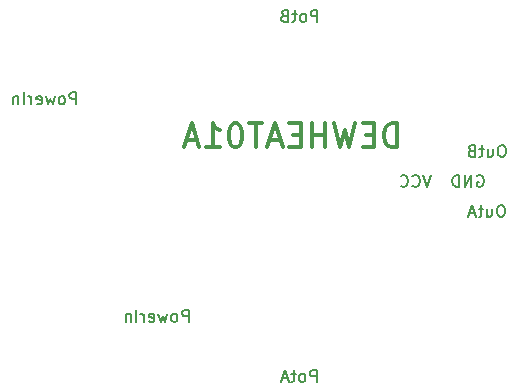
<source format=gbr>
G04 #@! TF.GenerationSoftware,KiCad,Pcbnew,5.99.0-unknown-d20d310~100~ubuntu19.10.1*
G04 #@! TF.CreationDate,2019-12-12T13:36:00+01:00*
G04 #@! TF.ProjectId,DEWHEAT,44455748-4541-4542-9e6b-696361645f70,rev?*
G04 #@! TF.SameCoordinates,Original*
G04 #@! TF.FileFunction,Legend,Bot*
G04 #@! TF.FilePolarity,Positive*
%FSLAX46Y46*%
G04 Gerber Fmt 4.6, Leading zero omitted, Abs format (unit mm)*
G04 Created by KiCad (PCBNEW 5.99.0-unknown-d20d310~100~ubuntu19.10.1) date 2019-12-12 13:36:00*
%MOMM*%
%LPD*%
G04 APERTURE LIST*
%ADD10C,0.150000*%
%ADD11C,0.300000*%
G04 APERTURE END LIST*
D10*
X83311666Y-80462380D02*
X83311666Y-79462380D01*
X82930714Y-79462380D01*
X82835476Y-79510000D01*
X82787857Y-79557619D01*
X82740238Y-79652857D01*
X82740238Y-79795714D01*
X82787857Y-79890952D01*
X82835476Y-79938571D01*
X82930714Y-79986190D01*
X83311666Y-79986190D01*
X82168809Y-80462380D02*
X82264047Y-80414761D01*
X82311666Y-80367142D01*
X82359285Y-80271904D01*
X82359285Y-79986190D01*
X82311666Y-79890952D01*
X82264047Y-79843333D01*
X82168809Y-79795714D01*
X82025952Y-79795714D01*
X81930714Y-79843333D01*
X81883095Y-79890952D01*
X81835476Y-79986190D01*
X81835476Y-80271904D01*
X81883095Y-80367142D01*
X81930714Y-80414761D01*
X82025952Y-80462380D01*
X82168809Y-80462380D01*
X81502142Y-79795714D02*
X81311666Y-80462380D01*
X81121190Y-79986190D01*
X80930714Y-80462380D01*
X80740238Y-79795714D01*
X79978333Y-80414761D02*
X80073571Y-80462380D01*
X80264047Y-80462380D01*
X80359285Y-80414761D01*
X80406904Y-80319523D01*
X80406904Y-79938571D01*
X80359285Y-79843333D01*
X80264047Y-79795714D01*
X80073571Y-79795714D01*
X79978333Y-79843333D01*
X79930714Y-79938571D01*
X79930714Y-80033809D01*
X80406904Y-80129047D01*
X79502142Y-80462380D02*
X79502142Y-79795714D01*
X79502142Y-79986190D02*
X79454523Y-79890952D01*
X79406904Y-79843333D01*
X79311666Y-79795714D01*
X79216428Y-79795714D01*
X78883095Y-80462380D02*
X78883095Y-79462380D01*
X78406904Y-79795714D02*
X78406904Y-80462380D01*
X78406904Y-79890952D02*
X78359285Y-79843333D01*
X78264047Y-79795714D01*
X78121190Y-79795714D01*
X78025952Y-79843333D01*
X77978333Y-79938571D01*
X77978333Y-80462380D01*
X73786666Y-62047380D02*
X73786666Y-61047380D01*
X73405714Y-61047380D01*
X73310476Y-61095000D01*
X73262857Y-61142619D01*
X73215238Y-61237857D01*
X73215238Y-61380714D01*
X73262857Y-61475952D01*
X73310476Y-61523571D01*
X73405714Y-61571190D01*
X73786666Y-61571190D01*
X72643809Y-62047380D02*
X72739047Y-61999761D01*
X72786666Y-61952142D01*
X72834285Y-61856904D01*
X72834285Y-61571190D01*
X72786666Y-61475952D01*
X72739047Y-61428333D01*
X72643809Y-61380714D01*
X72500952Y-61380714D01*
X72405714Y-61428333D01*
X72358095Y-61475952D01*
X72310476Y-61571190D01*
X72310476Y-61856904D01*
X72358095Y-61952142D01*
X72405714Y-61999761D01*
X72500952Y-62047380D01*
X72643809Y-62047380D01*
X71977142Y-61380714D02*
X71786666Y-62047380D01*
X71596190Y-61571190D01*
X71405714Y-62047380D01*
X71215238Y-61380714D01*
X70453333Y-61999761D02*
X70548571Y-62047380D01*
X70739047Y-62047380D01*
X70834285Y-61999761D01*
X70881904Y-61904523D01*
X70881904Y-61523571D01*
X70834285Y-61428333D01*
X70739047Y-61380714D01*
X70548571Y-61380714D01*
X70453333Y-61428333D01*
X70405714Y-61523571D01*
X70405714Y-61618809D01*
X70881904Y-61714047D01*
X69977142Y-62047380D02*
X69977142Y-61380714D01*
X69977142Y-61571190D02*
X69929523Y-61475952D01*
X69881904Y-61428333D01*
X69786666Y-61380714D01*
X69691428Y-61380714D01*
X69358095Y-62047380D02*
X69358095Y-61047380D01*
X68881904Y-61380714D02*
X68881904Y-62047380D01*
X68881904Y-61475952D02*
X68834285Y-61428333D01*
X68739047Y-61380714D01*
X68596190Y-61380714D01*
X68500952Y-61428333D01*
X68453333Y-61523571D01*
X68453333Y-62047380D01*
X107727380Y-68080000D02*
X107822619Y-68032380D01*
X107965476Y-68032380D01*
X108108333Y-68080000D01*
X108203571Y-68175238D01*
X108251190Y-68270476D01*
X108298809Y-68460952D01*
X108298809Y-68603809D01*
X108251190Y-68794285D01*
X108203571Y-68889523D01*
X108108333Y-68984761D01*
X107965476Y-69032380D01*
X107870238Y-69032380D01*
X107727380Y-68984761D01*
X107679761Y-68937142D01*
X107679761Y-68603809D01*
X107870238Y-68603809D01*
X107251190Y-69032380D02*
X107251190Y-68032380D01*
X106679761Y-69032380D01*
X106679761Y-68032380D01*
X106203571Y-69032380D02*
X106203571Y-68032380D01*
X105965476Y-68032380D01*
X105822619Y-68080000D01*
X105727380Y-68175238D01*
X105679761Y-68270476D01*
X105632142Y-68460952D01*
X105632142Y-68603809D01*
X105679761Y-68794285D01*
X105727380Y-68889523D01*
X105822619Y-68984761D01*
X105965476Y-69032380D01*
X106203571Y-69032380D01*
X103822619Y-68032380D02*
X103489285Y-69032380D01*
X103155952Y-68032380D01*
X102251190Y-68937142D02*
X102298809Y-68984761D01*
X102441666Y-69032380D01*
X102536904Y-69032380D01*
X102679761Y-68984761D01*
X102775000Y-68889523D01*
X102822619Y-68794285D01*
X102870238Y-68603809D01*
X102870238Y-68460952D01*
X102822619Y-68270476D01*
X102775000Y-68175238D01*
X102679761Y-68080000D01*
X102536904Y-68032380D01*
X102441666Y-68032380D01*
X102298809Y-68080000D01*
X102251190Y-68127619D01*
X101251190Y-68937142D02*
X101298809Y-68984761D01*
X101441666Y-69032380D01*
X101536904Y-69032380D01*
X101679761Y-68984761D01*
X101775000Y-68889523D01*
X101822619Y-68794285D01*
X101870238Y-68603809D01*
X101870238Y-68460952D01*
X101822619Y-68270476D01*
X101775000Y-68175238D01*
X101679761Y-68080000D01*
X101536904Y-68032380D01*
X101441666Y-68032380D01*
X101298809Y-68080000D01*
X101251190Y-68127619D01*
X109918333Y-65492380D02*
X109727857Y-65492380D01*
X109632619Y-65540000D01*
X109537380Y-65635238D01*
X109489761Y-65825714D01*
X109489761Y-66159047D01*
X109537380Y-66349523D01*
X109632619Y-66444761D01*
X109727857Y-66492380D01*
X109918333Y-66492380D01*
X110013571Y-66444761D01*
X110108809Y-66349523D01*
X110156428Y-66159047D01*
X110156428Y-65825714D01*
X110108809Y-65635238D01*
X110013571Y-65540000D01*
X109918333Y-65492380D01*
X108632619Y-65825714D02*
X108632619Y-66492380D01*
X109061190Y-65825714D02*
X109061190Y-66349523D01*
X109013571Y-66444761D01*
X108918333Y-66492380D01*
X108775476Y-66492380D01*
X108680238Y-66444761D01*
X108632619Y-66397142D01*
X108299285Y-65825714D02*
X107918333Y-65825714D01*
X108156428Y-65492380D02*
X108156428Y-66349523D01*
X108108809Y-66444761D01*
X108013571Y-66492380D01*
X107918333Y-66492380D01*
X107251666Y-65968571D02*
X107108809Y-66016190D01*
X107061190Y-66063809D01*
X107013571Y-66159047D01*
X107013571Y-66301904D01*
X107061190Y-66397142D01*
X107108809Y-66444761D01*
X107204047Y-66492380D01*
X107585000Y-66492380D01*
X107585000Y-65492380D01*
X107251666Y-65492380D01*
X107156428Y-65540000D01*
X107108809Y-65587619D01*
X107061190Y-65682857D01*
X107061190Y-65778095D01*
X107108809Y-65873333D01*
X107156428Y-65920952D01*
X107251666Y-65968571D01*
X107585000Y-65968571D01*
X109846904Y-70572380D02*
X109656428Y-70572380D01*
X109561190Y-70620000D01*
X109465952Y-70715238D01*
X109418333Y-70905714D01*
X109418333Y-71239047D01*
X109465952Y-71429523D01*
X109561190Y-71524761D01*
X109656428Y-71572380D01*
X109846904Y-71572380D01*
X109942142Y-71524761D01*
X110037380Y-71429523D01*
X110085000Y-71239047D01*
X110085000Y-70905714D01*
X110037380Y-70715238D01*
X109942142Y-70620000D01*
X109846904Y-70572380D01*
X108561190Y-70905714D02*
X108561190Y-71572380D01*
X108989761Y-70905714D02*
X108989761Y-71429523D01*
X108942142Y-71524761D01*
X108846904Y-71572380D01*
X108704047Y-71572380D01*
X108608809Y-71524761D01*
X108561190Y-71477142D01*
X108227857Y-70905714D02*
X107846904Y-70905714D01*
X108085000Y-70572380D02*
X108085000Y-71429523D01*
X108037380Y-71524761D01*
X107942142Y-71572380D01*
X107846904Y-71572380D01*
X107561190Y-71286666D02*
X107085000Y-71286666D01*
X107656428Y-71572380D02*
X107323095Y-70572380D01*
X106989761Y-71572380D01*
X94210000Y-55062380D02*
X94210000Y-54062380D01*
X93829047Y-54062380D01*
X93733809Y-54110000D01*
X93686190Y-54157619D01*
X93638571Y-54252857D01*
X93638571Y-54395714D01*
X93686190Y-54490952D01*
X93733809Y-54538571D01*
X93829047Y-54586190D01*
X94210000Y-54586190D01*
X93067142Y-55062380D02*
X93162380Y-55014761D01*
X93210000Y-54967142D01*
X93257619Y-54871904D01*
X93257619Y-54586190D01*
X93210000Y-54490952D01*
X93162380Y-54443333D01*
X93067142Y-54395714D01*
X92924285Y-54395714D01*
X92829047Y-54443333D01*
X92781428Y-54490952D01*
X92733809Y-54586190D01*
X92733809Y-54871904D01*
X92781428Y-54967142D01*
X92829047Y-55014761D01*
X92924285Y-55062380D01*
X93067142Y-55062380D01*
X92448095Y-54395714D02*
X92067142Y-54395714D01*
X92305238Y-54062380D02*
X92305238Y-54919523D01*
X92257619Y-55014761D01*
X92162380Y-55062380D01*
X92067142Y-55062380D01*
X91400476Y-54538571D02*
X91257619Y-54586190D01*
X91210000Y-54633809D01*
X91162380Y-54729047D01*
X91162380Y-54871904D01*
X91210000Y-54967142D01*
X91257619Y-55014761D01*
X91352857Y-55062380D01*
X91733809Y-55062380D01*
X91733809Y-54062380D01*
X91400476Y-54062380D01*
X91305238Y-54110000D01*
X91257619Y-54157619D01*
X91210000Y-54252857D01*
X91210000Y-54348095D01*
X91257619Y-54443333D01*
X91305238Y-54490952D01*
X91400476Y-54538571D01*
X91733809Y-54538571D01*
X94138571Y-85542380D02*
X94138571Y-84542380D01*
X93757619Y-84542380D01*
X93662380Y-84590000D01*
X93614761Y-84637619D01*
X93567142Y-84732857D01*
X93567142Y-84875714D01*
X93614761Y-84970952D01*
X93662380Y-85018571D01*
X93757619Y-85066190D01*
X94138571Y-85066190D01*
X92995714Y-85542380D02*
X93090952Y-85494761D01*
X93138571Y-85447142D01*
X93186190Y-85351904D01*
X93186190Y-85066190D01*
X93138571Y-84970952D01*
X93090952Y-84923333D01*
X92995714Y-84875714D01*
X92852857Y-84875714D01*
X92757619Y-84923333D01*
X92710000Y-84970952D01*
X92662380Y-85066190D01*
X92662380Y-85351904D01*
X92710000Y-85447142D01*
X92757619Y-85494761D01*
X92852857Y-85542380D01*
X92995714Y-85542380D01*
X92376666Y-84875714D02*
X91995714Y-84875714D01*
X92233809Y-84542380D02*
X92233809Y-85399523D01*
X92186190Y-85494761D01*
X92090952Y-85542380D01*
X91995714Y-85542380D01*
X91710000Y-85256666D02*
X91233809Y-85256666D01*
X91805238Y-85542380D02*
X91471904Y-84542380D01*
X91138571Y-85542380D01*
D11*
X100979761Y-65674761D02*
X100979761Y-63674761D01*
X100503571Y-63674761D01*
X100217857Y-63770000D01*
X100027380Y-63960476D01*
X99932142Y-64150952D01*
X99836904Y-64531904D01*
X99836904Y-64817619D01*
X99932142Y-65198571D01*
X100027380Y-65389047D01*
X100217857Y-65579523D01*
X100503571Y-65674761D01*
X100979761Y-65674761D01*
X98979761Y-64627142D02*
X98313095Y-64627142D01*
X98027380Y-65674761D02*
X98979761Y-65674761D01*
X98979761Y-63674761D01*
X98027380Y-63674761D01*
X97360714Y-63674761D02*
X96884523Y-65674761D01*
X96503571Y-64246190D01*
X96122619Y-65674761D01*
X95646428Y-63674761D01*
X94884523Y-65674761D02*
X94884523Y-63674761D01*
X94884523Y-64627142D02*
X93741666Y-64627142D01*
X93741666Y-65674761D02*
X93741666Y-63674761D01*
X92789285Y-64627142D02*
X92122619Y-64627142D01*
X91836904Y-65674761D02*
X92789285Y-65674761D01*
X92789285Y-63674761D01*
X91836904Y-63674761D01*
X91075000Y-65103333D02*
X90122619Y-65103333D01*
X91265476Y-65674761D02*
X90598809Y-63674761D01*
X89932142Y-65674761D01*
X89551190Y-63674761D02*
X88408333Y-63674761D01*
X88979761Y-65674761D02*
X88979761Y-63674761D01*
X87360714Y-63674761D02*
X87170238Y-63674761D01*
X86979761Y-63770000D01*
X86884523Y-63865238D01*
X86789285Y-64055714D01*
X86694047Y-64436666D01*
X86694047Y-64912857D01*
X86789285Y-65293809D01*
X86884523Y-65484285D01*
X86979761Y-65579523D01*
X87170238Y-65674761D01*
X87360714Y-65674761D01*
X87551190Y-65579523D01*
X87646428Y-65484285D01*
X87741666Y-65293809D01*
X87836904Y-64912857D01*
X87836904Y-64436666D01*
X87741666Y-64055714D01*
X87646428Y-63865238D01*
X87551190Y-63770000D01*
X87360714Y-63674761D01*
X84789285Y-65674761D02*
X85932142Y-65674761D01*
X85360714Y-65674761D02*
X85360714Y-63674761D01*
X85551190Y-63960476D01*
X85741666Y-64150952D01*
X85932142Y-64246190D01*
X84027380Y-65103333D02*
X83074999Y-65103333D01*
X84217857Y-65674761D02*
X83551190Y-63674761D01*
X82884523Y-65674761D01*
M02*

</source>
